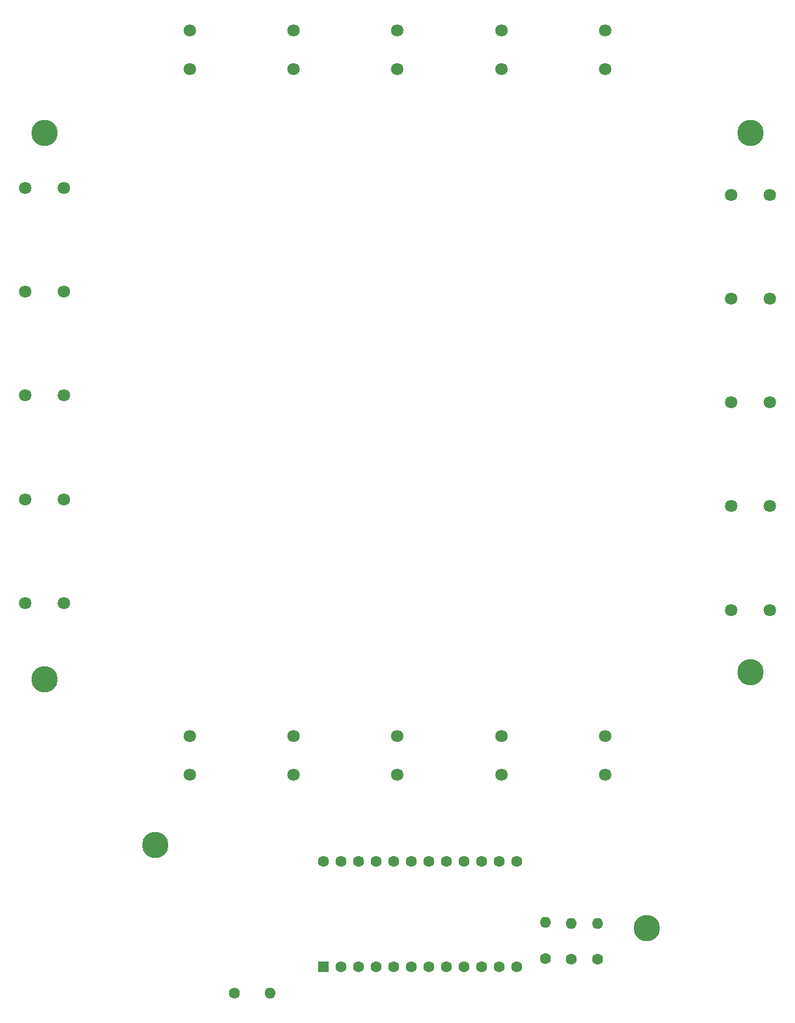
<source format=gbr>
%TF.GenerationSoftware,KiCad,Pcbnew,5.1.10-88a1d61d58~88~ubuntu18.04.1*%
%TF.CreationDate,2021-10-19T13:41:10-04:00*%
%TF.ProjectId,MFDkeyboard2withMountHoles3USEthisONE,4d46446b-6579-4626-9f61-726432776974,rev?*%
%TF.SameCoordinates,Original*%
%TF.FileFunction,Soldermask,Top*%
%TF.FilePolarity,Negative*%
%FSLAX46Y46*%
G04 Gerber Fmt 4.6, Leading zero omitted, Abs format (unit mm)*
G04 Created by KiCad (PCBNEW 5.1.10-88a1d61d58~88~ubuntu18.04.1) date 2021-10-19 13:41:10*
%MOMM*%
%LPD*%
G01*
G04 APERTURE LIST*
%ADD10C,1.800000*%
%ADD11R,1.600000X1.600000*%
%ADD12C,1.600000*%
%ADD13C,3.800000*%
%ADD14O,1.600000X1.600000*%
G04 APERTURE END LIST*
D10*
%TO.C,S12*%
X109000000Y-143800000D03*
X109000000Y-138200000D03*
%TD*%
%TO.C,S6*%
X147800000Y-60000000D03*
X142200000Y-60000000D03*
%TD*%
%TO.C,S7*%
X147800000Y-75000000D03*
X142200000Y-75000000D03*
%TD*%
%TO.C,S1*%
X64000000Y-36200000D03*
X64000000Y-41800000D03*
%TD*%
%TO.C,S2*%
X79000000Y-36200000D03*
X79000000Y-41800000D03*
%TD*%
%TO.C,S3*%
X94000000Y-36200000D03*
X94000000Y-41800000D03*
%TD*%
%TO.C,S4*%
X109000000Y-36200000D03*
X109000000Y-41800000D03*
%TD*%
%TO.C,S5*%
X124000000Y-36200000D03*
X124000000Y-41800000D03*
%TD*%
%TO.C,S8*%
X147800000Y-90000000D03*
X142200000Y-90000000D03*
%TD*%
%TO.C,S9*%
X147800000Y-105000000D03*
X142200000Y-105000000D03*
%TD*%
%TO.C,S10*%
X147800000Y-120000000D03*
X142200000Y-120000000D03*
%TD*%
%TO.C,S11*%
X124000000Y-143800000D03*
X124000000Y-138200000D03*
%TD*%
%TO.C,S13*%
X94000000Y-143800000D03*
X94000000Y-138200000D03*
%TD*%
%TO.C,S14*%
X79000000Y-143800000D03*
X79000000Y-138200000D03*
%TD*%
%TO.C,S15*%
X64000000Y-143800000D03*
X64000000Y-138200000D03*
%TD*%
%TO.C,S16*%
X40200000Y-119000000D03*
X45800000Y-119000000D03*
%TD*%
%TO.C,S17*%
X40200000Y-104000000D03*
X45800000Y-104000000D03*
%TD*%
%TO.C,S18*%
X40200000Y-89000000D03*
X45800000Y-89000000D03*
%TD*%
%TO.C,S19*%
X40200000Y-74000000D03*
X45800000Y-74000000D03*
%TD*%
%TO.C,S20*%
X40200000Y-59000000D03*
X45800000Y-59000000D03*
%TD*%
D11*
%TO.C,U1*%
X83330000Y-171620000D03*
D12*
X85870000Y-171620000D03*
X88410000Y-171620000D03*
X90950000Y-171620000D03*
X93490000Y-171620000D03*
X96030000Y-171620000D03*
X98570000Y-171620000D03*
X101110000Y-171620000D03*
X103650000Y-171620000D03*
X106190000Y-171620000D03*
X108730000Y-171620000D03*
X111270000Y-171620000D03*
X111270000Y-156380000D03*
X108730000Y-156380000D03*
X106190000Y-156380000D03*
X103650000Y-156380000D03*
X101110000Y-156380000D03*
X98570000Y-156380000D03*
X96030000Y-156380000D03*
X93490000Y-156380000D03*
X90950000Y-156380000D03*
X88410000Y-156380000D03*
X85870000Y-156380000D03*
X83330000Y-156380000D03*
%TD*%
D13*
%TO.C,REF\u002A\u002A*%
X145000000Y-51000000D03*
%TD*%
%TO.C,REF\u002A\u002A*%
X130000000Y-166000000D03*
%TD*%
%TO.C,REF\u002A\u002A*%
X59000000Y-154000000D03*
%TD*%
%TO.C,REF\u002A\u002A*%
X43000000Y-130000000D03*
%TD*%
%TO.C,REF\u002A\u002A*%
X43000000Y-51000000D03*
%TD*%
%TO.C,REF\u002A\u002A*%
X145000000Y-129000000D03*
%TD*%
D14*
%TO.C,R2*%
X122900000Y-165300000D03*
D12*
X122900000Y-170500000D03*
%TD*%
D14*
%TO.C,R1*%
X75600000Y-175400000D03*
D12*
X70400000Y-175400000D03*
%TD*%
D14*
%TO.C,R3*%
X119100000Y-165300000D03*
D12*
X119100000Y-170500000D03*
%TD*%
D14*
%TO.C,R4*%
X115400000Y-165200000D03*
D12*
X115400000Y-170400000D03*
%TD*%
M02*

</source>
